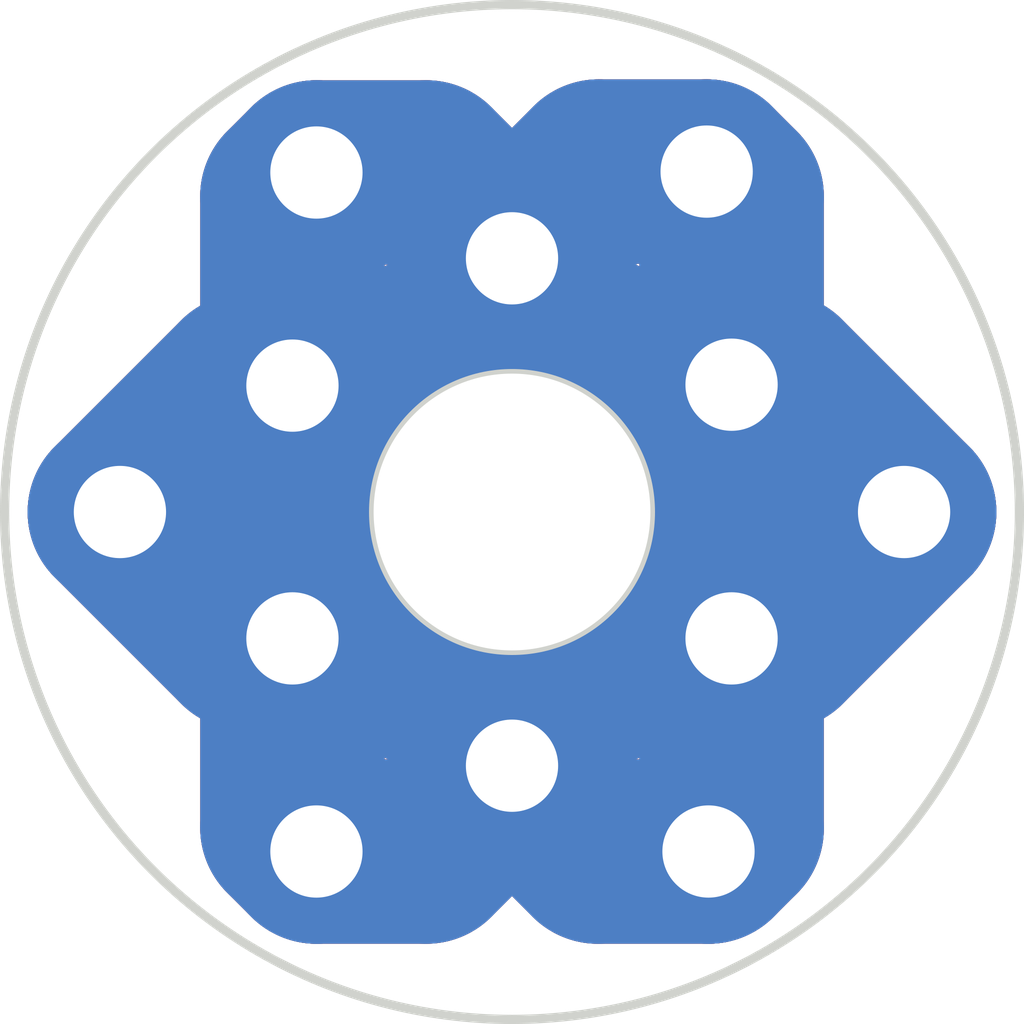
<source format=kicad_pcb>
(kicad_pcb (version 20211014) (generator pcbnew)
  (layers (0 "F.Cu" signal) (31 "B.Cu" signal) (34 "B.Paste" user) (35 "F.Paste" user) (36 "B.SilkS" user "B.Silkscreen") (37 "F.SilkS" user "F.Silkscreen") (38 "B.Mask" user) (39 "F.Mask" user) (44 "Edge.Cuts" user))
  (net 0 "")
  (net 1 "Net-(J13-Pad1)")
  (footprint "1024_dry_electrodes:CPA_1" (layer "F.Cu") (at 2.38 -1.38)
    (fp_text reference "J12" hide)
    (fp_text value "CPA_1" hide)
    (pad "1" thru_hole oval (at 0 0) (size 2 2) (drill 1) (layers *.Cu *.Mask) (net 1 "Net-(J13-Pad1)"))
  )
  (footprint "1024_dry_electrodes:CPA_1" (layer "F.Cu") (at -2.38 -1.37)
    (fp_text reference "J16" hide)
    (fp_text value "CPA_1" hide)
    (pad "1" thru_hole oval (at 0 0) (size 2 2) (drill 1) (layers *.Cu *.Mask) (net 1 "Net-(J13-Pad1)"))
  )
  (footprint "1024_dry_electrodes:CPA_1" (layer "F.Cu") (at 2.13 3.68)
    (fp_text reference "J23" hide)
    (fp_text value "CPA_1" hide)
    (pad "1" thru_hole oval (at 0 0) (size 2 2) (drill 1) (layers *.Cu *.Mask) (net 1 "Net-(J13-Pad1)"))
  )
  (footprint "1024_dry_electrodes:CPA_1" (layer "F.Cu") (at 2.11 -3.69)
    (fp_text reference "J21" hide)
    (fp_text value "CPA_1" hide)
    (pad "1" thru_hole oval (at 0 0) (size 2 2) (drill 1) (layers *.Cu *.Mask) (net 1 "Net-(J13-Pad1)"))
  )
  (footprint "1024_dry_electrodes:CPA_1" (layer "F.Cu") (at -4.25 0)
    (fp_text reference "J25" hide)
    (fp_text value "CPA_1" hide)
    (pad "1" thru_hole oval (at 0 0) (size 2 2) (drill 1) (layers *.Cu *.Mask) (net 1 "Net-(J13-Pad1)"))
  )
  (footprint "1024_dry_electrodes:CPA_1" (layer "F.Cu") (at 0 2.75)
    (fp_text reference "J14" hide)
    (fp_text value "CPA_1" hide)
    (pad "1" thru_hole oval (at 0 0) (size 2 2) (drill 1) (layers *.Cu *.Mask) (net 1 "Net-(J13-Pad1)"))
  )
  (footprint "1024_dry_electrodes:CPA_1" (layer "F.Cu") (at 0 -2.75)
    (fp_text reference "J11" hide)
    (fp_text value "CPA_1" hide)
    (pad "1" thru_hole oval (at 0 0) (size 2 2) (drill 1) (layers *.Cu *.Mask) (net 1 "Net-(J13-Pad1)"))
  )
  (footprint "1024_dry_electrodes:CPA_1" (layer "F.Cu") (at -2.12 -3.68)
    (fp_text reference "J26" hide)
    (fp_text value "CPA_1" hide)
    (pad "1" thru_hole oval (at 0 0) (size 2 2) (drill 1) (layers *.Cu *.Mask) (net 1 "Net-(J13-Pad1)"))
  )
  (footprint "MountingHole:MountingHole_3mm_Pad" (layer "F.Cu") (at 0 0)
    (fp_text reference "J0" hide)
    (fp_text value "MountingHole_3mm_Pad" hide)
    (pad "1" thru_hole circle (at 0 0) (size 6 6) (drill 3) (layers *.Cu *.Mask) (net 1 "Net-(J13-Pad1)"))
  )
  (footprint "1024_dry_electrodes:CPA_1" (layer "F.Cu") (at 2.38 1.37)
    (fp_text reference "J13" hide)
    (fp_text value "CPA_1" hide)
    (pad "1" thru_hole oval (at 0 0) (size 2 2) (drill 1) (layers *.Cu *.Mask) (net 1 "Net-(J13-Pad1)"))
  )
  (footprint "1024_dry_electrodes:CPA_1" (layer "F.Cu") (at 4.25 0)
    (fp_text reference "J22" hide)
    (fp_text value "CPA_1" hide)
    (pad "1" thru_hole oval (at 0 0) (size 2 2) (drill 1) (layers *.Cu *.Mask) (net 1 "Net-(J13-Pad1)"))
  )
  (footprint "1024_dry_electrodes:CPA_1" (layer "F.Cu") (at -2.12 3.68)
    (fp_text reference "J24" hide)
    (fp_text value "CPA_1" hide)
    (pad "1" thru_hole oval (at 0 0) (size 2 2) (drill 1) (layers *.Cu *.Mask) (net 1 "Net-(J13-Pad1)"))
  )
  (footprint "1024_dry_electrodes:CPA_1" (layer "F.Cu") (at -2.38 1.37)
    (fp_text reference "J15" hide)
    (fp_text value "CPA_1" hide)
    (pad "1" thru_hole oval (at 0 0) (size 2 2) (drill 1) (layers *.Cu *.Mask) (net 1 "Net-(J13-Pad1)"))
  )
  (gr_circle (center 0 0) (end 0 -1.5) (layer "Edge.Cuts") (width 0.1) (fill none))
  (gr_circle (center 0 0) (end 0 -5.5) (layer "Edge.Cuts") (width 0.1) (fill none))
  (segment (start -2.38 1.37) (end -2.88 1.37) (width 2) (layer "F.Cu") (net 1))
  (segment (start -0.93 3.68) (end 0 2.75) (width 2) (layer "F.Cu") (net 1))
  (segment (start 2.13 3.68) (end 0.93 3.68) (width 2) (layer "F.Cu") (net 1))
  (segment (start 2.88 1.37) (end 4.25 0) (width 2) (layer "F.Cu") (net 1))
  (segment (start 2.11 -3.69) (end 0.94 -3.69) (width 2) (layer "F.Cu") (net 1))
  (segment (start 2.38 1.37) (end 2.88 1.37) (width 2) (layer "F.Cu") (net 1))
  (segment (start -2.38 -1.37) (end -2.88 -1.37) (width 2) (layer "F.Cu") (net 1))
  (segment (start -2.88 1.37) (end -4.25 0) (width 2) (layer "F.Cu") (net 1))
  (segment (start 2.38 -1.38) (end 2.38 -3.42) (width 2) (layer "F.Cu") (net 1))
  (segment (start -2.38 -1.37) (end -2.38 -3.42) (width 2) (layer "F.Cu") (net 1))
  (segment (start -2.38 1.37) (end -2.38 3.42) (width 2) (layer "F.Cu") (net 1))
  (segment (start -2.38 3.42) (end -2.12 3.68) (width 2) (layer "F.Cu") (net 1))
  (segment (start 2.38 1.37) (end 2.38 3.43) (width 2) (layer "F.Cu") (net 1))
  (segment (start -0.93 -3.68) (end 0 -2.75) (width 2) (layer "F.Cu") (net 1))
  (segment (start 0.94 -3.69) (end 0 -2.75) (width 2) (layer "F.Cu") (net 1))
  (segment (start -2.38 -3.42) (end -2.12 -3.68) (width 2) (layer "F.Cu") (net 1))
  (segment (start 2.38 -3.42) (end 2.11 -3.69) (width 2) (layer "F.Cu") (net 1))
  (segment (start 2.87 -1.38) (end 4.25 0) (width 2) (layer "F.Cu") (net 1))
  (segment (start 2.38 3.43) (end 2.13 3.68) (width 2) (layer "F.Cu") (net 1))
  (segment (start -2.12 3.68) (end -0.93 3.68) (width 2) (layer "F.Cu") (net 1))
  (segment (start -2.12 -3.68) (end -0.93 -3.68) (width 2) (layer "F.Cu") (net 1))
  (segment (start 0.93 3.68) (end 0 2.75) (width 2) (layer "F.Cu") (net 1))
  (segment (start 2.38 -1.38) (end 2.87 -1.38) (width 2) (layer "F.Cu") (net 1))
  (segment (start -2.88 -1.37) (end -4.25 0) (width 2) (layer "F.Cu") (net 1))
  (segment (start -2.38 3.42) (end -2.12 3.68) (width 2) (layer "B.Cu") (net 1))
  (segment (start 2.38 1.37) (end 2.38 3.43) (width 2) (layer "B.Cu") (net 1))
  (segment (start 2.38 -1.38) (end 2.87 -1.38) (width 2) (layer "B.Cu") (net 1))
  (segment (start -0.93 -3.68) (end 0 -2.75) (width 2) (layer "B.Cu") (net 1))
  (segment (start -2.12 -3.68) (end -0.93 -3.68) (width 2) (layer "B.Cu") (net 1))
  (segment (start -2.12 3.68) (end -0.93 3.68) (width 2) (layer "B.Cu") (net 1))
  (segment (start 0.93 3.68) (end 0 2.75) (width 2) (layer "B.Cu") (net 1))
  (segment (start -2.38 -1.37) (end -2.88 -1.37) (width 2) (layer "B.Cu") (net 1))
  (segment (start -2.38 -3.42) (end -2.12 -3.68) (width 2) (layer "B.Cu") (net 1))
  (segment (start 2.38 3.43) (end 2.13 3.68) (width 2) (layer "B.Cu") (net 1))
  (segment (start 2.38 -1.38) (end 2.38 -3.42) (width 2) (layer "B.Cu") (net 1))
  (segment (start 0.94 -3.69) (end 0 -2.75) (width 2) (layer "B.Cu") (net 1))
  (segment (start -2.38 1.37) (end -2.38 3.42) (width 2) (layer "B.Cu") (net 1))
  (segment (start 2.13 3.68) (end 0.93 3.68) (width 2) (layer "B.Cu") (net 1))
  (segment (start -2.88 -1.37) (end -4.25 0) (width 2) (layer "B.Cu") (net 1))
  (segment (start -2.38 1.37) (end -2.88 1.37) (width 2) (layer "B.Cu") (net 1))
  (segment (start -0.93 3.68) (end 0 2.75) (width 2) (layer "B.Cu") (net 1))
  (segment (start 2.38 -3.42) (end 2.11 -3.69) (width 2) (layer "B.Cu") (net 1))
  (segment (start 2.38 1.37) (end 2.88 1.37) (width 2) (layer "B.Cu") (net 1))
  (segment (start -2.88 1.37) (end -4.25 0) (width 2) (layer "B.Cu") (net 1))
  (segment (start 2.87 -1.38) (end 4.25 0) (width 2) (layer "B.Cu") (net 1))
  (segment (start 2.88 1.37) (end 4.25 0) (width 2) (layer "B.Cu") (net 1))
  (segment (start 2.11 -3.69) (end 0.94 -3.69) (width 2) (layer "B.Cu") (net 1))
  (segment (start -2.38 -1.37) (end -2.38 -3.42) (width 2) (layer "B.Cu") (net 1))
)
</source>
